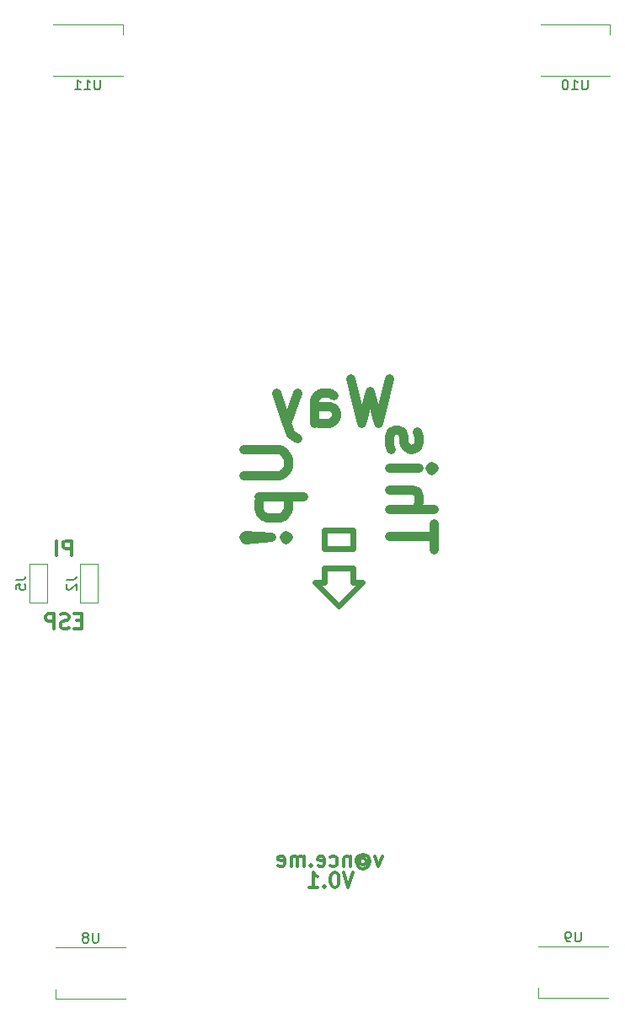
<source format=gbo>
G04 #@! TF.FileFunction,Legend,Bot*
%FSLAX46Y46*%
G04 Gerber Fmt 4.6, Leading zero omitted, Abs format (unit mm)*
G04 Created by KiCad (PCBNEW 4.0.7) date Thursday, 19 July 2018 'PMt' 15:05:03*
%MOMM*%
%LPD*%
G01*
G04 APERTURE LIST*
%ADD10C,0.100000*%
%ADD11C,0.300000*%
%ADD12C,0.600000*%
%ADD13C,0.900000*%
%ADD14C,0.120000*%
%ADD15C,0.150000*%
G04 APERTURE END LIST*
D10*
D11*
X49050000Y-79378571D02*
X49050000Y-77878571D01*
X48478572Y-77878571D01*
X48335714Y-77950000D01*
X48264286Y-78021429D01*
X48192857Y-78164286D01*
X48192857Y-78378571D01*
X48264286Y-78521429D01*
X48335714Y-78592857D01*
X48478572Y-78664286D01*
X49050000Y-78664286D01*
X47550000Y-79378571D02*
X47550000Y-77878571D01*
X50085714Y-85892857D02*
X49585714Y-85892857D01*
X49371428Y-86678571D02*
X50085714Y-86678571D01*
X50085714Y-85178571D01*
X49371428Y-85178571D01*
X48800000Y-86607143D02*
X48585714Y-86678571D01*
X48228571Y-86678571D01*
X48085714Y-86607143D01*
X48014285Y-86535714D01*
X47942857Y-86392857D01*
X47942857Y-86250000D01*
X48014285Y-86107143D01*
X48085714Y-86035714D01*
X48228571Y-85964286D01*
X48514285Y-85892857D01*
X48657143Y-85821429D01*
X48728571Y-85750000D01*
X48800000Y-85607143D01*
X48800000Y-85464286D01*
X48728571Y-85321429D01*
X48657143Y-85250000D01*
X48514285Y-85178571D01*
X48157143Y-85178571D01*
X47942857Y-85250000D01*
X47300000Y-86678571D02*
X47300000Y-85178571D01*
X46728572Y-85178571D01*
X46585714Y-85250000D01*
X46514286Y-85321429D01*
X46442857Y-85464286D01*
X46442857Y-85678571D01*
X46514286Y-85821429D01*
X46585714Y-85892857D01*
X46728572Y-85964286D01*
X47300000Y-85964286D01*
X77385714Y-111178571D02*
X76885714Y-112678571D01*
X76385714Y-111178571D01*
X75600000Y-111178571D02*
X75457143Y-111178571D01*
X75314286Y-111250000D01*
X75242857Y-111321429D01*
X75171428Y-111464286D01*
X75100000Y-111750000D01*
X75100000Y-112107143D01*
X75171428Y-112392857D01*
X75242857Y-112535714D01*
X75314286Y-112607143D01*
X75457143Y-112678571D01*
X75600000Y-112678571D01*
X75742857Y-112607143D01*
X75814286Y-112535714D01*
X75885714Y-112392857D01*
X75957143Y-112107143D01*
X75957143Y-111750000D01*
X75885714Y-111464286D01*
X75814286Y-111321429D01*
X75742857Y-111250000D01*
X75600000Y-111178571D01*
X74457143Y-112535714D02*
X74385715Y-112607143D01*
X74457143Y-112678571D01*
X74528572Y-112607143D01*
X74457143Y-112535714D01*
X74457143Y-112678571D01*
X72957143Y-112678571D02*
X73814286Y-112678571D01*
X73385714Y-112678571D02*
X73385714Y-111178571D01*
X73528571Y-111392857D01*
X73671429Y-111535714D01*
X73814286Y-111607143D01*
X80285713Y-109578571D02*
X79928570Y-110578571D01*
X79571428Y-109578571D01*
X78071428Y-109864286D02*
X78142856Y-109792857D01*
X78285713Y-109721429D01*
X78428571Y-109721429D01*
X78571428Y-109792857D01*
X78642856Y-109864286D01*
X78714285Y-110007143D01*
X78714285Y-110150000D01*
X78642856Y-110292857D01*
X78571428Y-110364286D01*
X78428571Y-110435714D01*
X78285713Y-110435714D01*
X78142856Y-110364286D01*
X78071428Y-110292857D01*
X78071428Y-109721429D02*
X78071428Y-110292857D01*
X77999999Y-110364286D01*
X77928571Y-110364286D01*
X77785713Y-110292857D01*
X77714285Y-110150000D01*
X77714285Y-109792857D01*
X77857142Y-109578571D01*
X78071428Y-109435714D01*
X78357142Y-109364286D01*
X78642856Y-109435714D01*
X78857142Y-109578571D01*
X78999999Y-109792857D01*
X79071428Y-110078571D01*
X78999999Y-110364286D01*
X78857142Y-110578571D01*
X78642856Y-110721429D01*
X78357142Y-110792857D01*
X78071428Y-110721429D01*
X77857142Y-110578571D01*
X77071428Y-109578571D02*
X77071428Y-110578571D01*
X77071428Y-109721429D02*
X77000000Y-109650000D01*
X76857142Y-109578571D01*
X76642857Y-109578571D01*
X76500000Y-109650000D01*
X76428571Y-109792857D01*
X76428571Y-110578571D01*
X75071428Y-110507143D02*
X75214285Y-110578571D01*
X75499999Y-110578571D01*
X75642857Y-110507143D01*
X75714285Y-110435714D01*
X75785714Y-110292857D01*
X75785714Y-109864286D01*
X75714285Y-109721429D01*
X75642857Y-109650000D01*
X75499999Y-109578571D01*
X75214285Y-109578571D01*
X75071428Y-109650000D01*
X73857143Y-110507143D02*
X74000000Y-110578571D01*
X74285714Y-110578571D01*
X74428571Y-110507143D01*
X74500000Y-110364286D01*
X74500000Y-109792857D01*
X74428571Y-109650000D01*
X74285714Y-109578571D01*
X74000000Y-109578571D01*
X73857143Y-109650000D01*
X73785714Y-109792857D01*
X73785714Y-109935714D01*
X74500000Y-110078571D01*
X73142857Y-110435714D02*
X73071429Y-110507143D01*
X73142857Y-110578571D01*
X73214286Y-110507143D01*
X73142857Y-110435714D01*
X73142857Y-110578571D01*
X72428571Y-110578571D02*
X72428571Y-109578571D01*
X72428571Y-109721429D02*
X72357143Y-109650000D01*
X72214285Y-109578571D01*
X72000000Y-109578571D01*
X71857143Y-109650000D01*
X71785714Y-109792857D01*
X71785714Y-110578571D01*
X71785714Y-109792857D02*
X71714285Y-109650000D01*
X71571428Y-109578571D01*
X71357143Y-109578571D01*
X71214285Y-109650000D01*
X71142857Y-109792857D01*
X71142857Y-110578571D01*
X69857143Y-110507143D02*
X70000000Y-110578571D01*
X70285714Y-110578571D01*
X70428571Y-110507143D01*
X70500000Y-110364286D01*
X70500000Y-109792857D01*
X70428571Y-109650000D01*
X70285714Y-109578571D01*
X70000000Y-109578571D01*
X69857143Y-109650000D01*
X69785714Y-109792857D01*
X69785714Y-109935714D01*
X70500000Y-110078571D01*
D12*
X77328572Y-76776190D02*
X74471429Y-76776190D01*
X74471429Y-78680952D01*
X77328572Y-78680952D01*
X77328572Y-76776190D01*
X77328572Y-80585714D02*
X74471429Y-80585714D01*
X74471429Y-82014286D01*
X73519048Y-82014286D01*
X75900000Y-84395238D01*
X78280953Y-82014286D01*
X77328572Y-82014286D01*
X77328572Y-80585714D01*
D13*
X66335714Y-68707143D02*
X69978571Y-68707143D01*
X70407143Y-68921428D01*
X70621429Y-69135714D01*
X70835714Y-69564285D01*
X70835714Y-70421428D01*
X70621429Y-70850000D01*
X70407143Y-71064285D01*
X69978571Y-71278571D01*
X66335714Y-71278571D01*
X67835714Y-73421429D02*
X72335714Y-73421429D01*
X68050000Y-73421429D02*
X67835714Y-73850000D01*
X67835714Y-74707143D01*
X68050000Y-75135714D01*
X68264286Y-75350000D01*
X68692857Y-75564286D01*
X69978571Y-75564286D01*
X70407143Y-75350000D01*
X70621429Y-75135714D01*
X70835714Y-74707143D01*
X70835714Y-73850000D01*
X70621429Y-73421429D01*
X70407143Y-77492858D02*
X70621429Y-77707143D01*
X70835714Y-77492858D01*
X70621429Y-77278572D01*
X70407143Y-77492858D01*
X70835714Y-77492858D01*
X69121429Y-77492858D02*
X66550000Y-77278572D01*
X66335714Y-77492858D01*
X66550000Y-77707143D01*
X69121429Y-77492858D01*
X66335714Y-77492858D01*
X80978571Y-61535714D02*
X79907142Y-66035714D01*
X79049999Y-62821429D01*
X78192857Y-66035714D01*
X77121428Y-61535714D01*
X73478571Y-66035714D02*
X73478571Y-63678571D01*
X73692857Y-63250000D01*
X74121428Y-63035714D01*
X74978571Y-63035714D01*
X75407142Y-63250000D01*
X73478571Y-65821429D02*
X73907142Y-66035714D01*
X74978571Y-66035714D01*
X75407142Y-65821429D01*
X75621428Y-65392857D01*
X75621428Y-64964286D01*
X75407142Y-64535714D01*
X74978571Y-64321429D01*
X73907142Y-64321429D01*
X73478571Y-64107143D01*
X71764285Y-63035714D02*
X70692856Y-66035714D01*
X69621428Y-63035714D02*
X70692856Y-66035714D01*
X71121428Y-67107143D01*
X71335713Y-67321429D01*
X71764285Y-67535714D01*
X85464286Y-78714286D02*
X85464286Y-76142857D01*
X80964286Y-77428571D02*
X85464286Y-77428571D01*
X80964286Y-74642857D02*
X85464286Y-74642857D01*
X80964286Y-72714286D02*
X83321429Y-72714286D01*
X83750000Y-72928572D01*
X83964286Y-73357143D01*
X83964286Y-74000000D01*
X83750000Y-74428572D01*
X83535714Y-74642857D01*
X80964286Y-70571428D02*
X83964286Y-70571428D01*
X85464286Y-70571428D02*
X85250000Y-70785714D01*
X85035714Y-70571428D01*
X85250000Y-70357143D01*
X85464286Y-70571428D01*
X85035714Y-70571428D01*
X81178571Y-68642857D02*
X80964286Y-68214286D01*
X80964286Y-67357143D01*
X81178571Y-66928571D01*
X81607143Y-66714286D01*
X81821429Y-66714286D01*
X82250000Y-66928571D01*
X82464286Y-67357143D01*
X82464286Y-68000000D01*
X82678571Y-68428571D01*
X83107143Y-68642857D01*
X83321429Y-68642857D01*
X83750000Y-68428571D01*
X83964286Y-68000000D01*
X83964286Y-67357143D01*
X83750000Y-66928571D01*
D14*
X49910000Y-84040000D02*
X49910000Y-80220000D01*
X49910000Y-80220000D02*
X51690000Y-80220000D01*
X51690000Y-80220000D02*
X51690000Y-84040000D01*
X49910000Y-84040000D02*
X51690000Y-84040000D01*
X44810000Y-84040000D02*
X44810000Y-80220000D01*
X44810000Y-80220000D02*
X46590000Y-80220000D01*
X46590000Y-80220000D02*
X46590000Y-84040000D01*
X44810000Y-84040000D02*
X46590000Y-84040000D01*
X54500000Y-118700000D02*
X47500000Y-118700000D01*
X54500000Y-123900000D02*
X47500000Y-123900000D01*
X47500000Y-123900000D02*
X47500000Y-122900000D01*
X103000000Y-118600000D02*
X96000000Y-118600000D01*
X103000000Y-123800000D02*
X96000000Y-123800000D01*
X96000000Y-123800000D02*
X96000000Y-122800000D01*
X96200000Y-31200000D02*
X103200000Y-31200000D01*
X96200000Y-26000000D02*
X103200000Y-26000000D01*
X103200000Y-26000000D02*
X103200000Y-27000000D01*
X47200000Y-31200000D02*
X54200000Y-31200000D01*
X47200000Y-26000000D02*
X54200000Y-26000000D01*
X54200000Y-26000000D02*
X54200000Y-27000000D01*
D15*
X48552381Y-81796667D02*
X49266667Y-81796667D01*
X49409524Y-81749047D01*
X49504762Y-81653809D01*
X49552381Y-81510952D01*
X49552381Y-81415714D01*
X48647619Y-82225238D02*
X48600000Y-82272857D01*
X48552381Y-82368095D01*
X48552381Y-82606191D01*
X48600000Y-82701429D01*
X48647619Y-82749048D01*
X48742857Y-82796667D01*
X48838095Y-82796667D01*
X48980952Y-82749048D01*
X49552381Y-82177619D01*
X49552381Y-82796667D01*
X43452381Y-81796667D02*
X44166667Y-81796667D01*
X44309524Y-81749047D01*
X44404762Y-81653809D01*
X44452381Y-81510952D01*
X44452381Y-81415714D01*
X43452381Y-82749048D02*
X43452381Y-82272857D01*
X43928571Y-82225238D01*
X43880952Y-82272857D01*
X43833333Y-82368095D01*
X43833333Y-82606191D01*
X43880952Y-82701429D01*
X43928571Y-82749048D01*
X44023810Y-82796667D01*
X44261905Y-82796667D01*
X44357143Y-82749048D01*
X44404762Y-82701429D01*
X44452381Y-82606191D01*
X44452381Y-82368095D01*
X44404762Y-82272857D01*
X44357143Y-82225238D01*
X51761905Y-117252381D02*
X51761905Y-118061905D01*
X51714286Y-118157143D01*
X51666667Y-118204762D01*
X51571429Y-118252381D01*
X51380952Y-118252381D01*
X51285714Y-118204762D01*
X51238095Y-118157143D01*
X51190476Y-118061905D01*
X51190476Y-117252381D01*
X50571429Y-117680952D02*
X50666667Y-117633333D01*
X50714286Y-117585714D01*
X50761905Y-117490476D01*
X50761905Y-117442857D01*
X50714286Y-117347619D01*
X50666667Y-117300000D01*
X50571429Y-117252381D01*
X50380952Y-117252381D01*
X50285714Y-117300000D01*
X50238095Y-117347619D01*
X50190476Y-117442857D01*
X50190476Y-117490476D01*
X50238095Y-117585714D01*
X50285714Y-117633333D01*
X50380952Y-117680952D01*
X50571429Y-117680952D01*
X50666667Y-117728571D01*
X50714286Y-117776190D01*
X50761905Y-117871429D01*
X50761905Y-118061905D01*
X50714286Y-118157143D01*
X50666667Y-118204762D01*
X50571429Y-118252381D01*
X50380952Y-118252381D01*
X50285714Y-118204762D01*
X50238095Y-118157143D01*
X50190476Y-118061905D01*
X50190476Y-117871429D01*
X50238095Y-117776190D01*
X50285714Y-117728571D01*
X50380952Y-117680952D01*
X100261905Y-117152381D02*
X100261905Y-117961905D01*
X100214286Y-118057143D01*
X100166667Y-118104762D01*
X100071429Y-118152381D01*
X99880952Y-118152381D01*
X99785714Y-118104762D01*
X99738095Y-118057143D01*
X99690476Y-117961905D01*
X99690476Y-117152381D01*
X99166667Y-118152381D02*
X98976191Y-118152381D01*
X98880952Y-118104762D01*
X98833333Y-118057143D01*
X98738095Y-117914286D01*
X98690476Y-117723810D01*
X98690476Y-117342857D01*
X98738095Y-117247619D01*
X98785714Y-117200000D01*
X98880952Y-117152381D01*
X99071429Y-117152381D01*
X99166667Y-117200000D01*
X99214286Y-117247619D01*
X99261905Y-117342857D01*
X99261905Y-117580952D01*
X99214286Y-117676190D01*
X99166667Y-117723810D01*
X99071429Y-117771429D01*
X98880952Y-117771429D01*
X98785714Y-117723810D01*
X98738095Y-117676190D01*
X98690476Y-117580952D01*
X100938095Y-31552381D02*
X100938095Y-32361905D01*
X100890476Y-32457143D01*
X100842857Y-32504762D01*
X100747619Y-32552381D01*
X100557142Y-32552381D01*
X100461904Y-32504762D01*
X100414285Y-32457143D01*
X100366666Y-32361905D01*
X100366666Y-31552381D01*
X99366666Y-32552381D02*
X99938095Y-32552381D01*
X99652381Y-32552381D02*
X99652381Y-31552381D01*
X99747619Y-31695238D01*
X99842857Y-31790476D01*
X99938095Y-31838095D01*
X98747619Y-31552381D02*
X98652380Y-31552381D01*
X98557142Y-31600000D01*
X98509523Y-31647619D01*
X98461904Y-31742857D01*
X98414285Y-31933333D01*
X98414285Y-32171429D01*
X98461904Y-32361905D01*
X98509523Y-32457143D01*
X98557142Y-32504762D01*
X98652380Y-32552381D01*
X98747619Y-32552381D01*
X98842857Y-32504762D01*
X98890476Y-32457143D01*
X98938095Y-32361905D01*
X98985714Y-32171429D01*
X98985714Y-31933333D01*
X98938095Y-31742857D01*
X98890476Y-31647619D01*
X98842857Y-31600000D01*
X98747619Y-31552381D01*
X51938095Y-31552381D02*
X51938095Y-32361905D01*
X51890476Y-32457143D01*
X51842857Y-32504762D01*
X51747619Y-32552381D01*
X51557142Y-32552381D01*
X51461904Y-32504762D01*
X51414285Y-32457143D01*
X51366666Y-32361905D01*
X51366666Y-31552381D01*
X50366666Y-32552381D02*
X50938095Y-32552381D01*
X50652381Y-32552381D02*
X50652381Y-31552381D01*
X50747619Y-31695238D01*
X50842857Y-31790476D01*
X50938095Y-31838095D01*
X49414285Y-32552381D02*
X49985714Y-32552381D01*
X49700000Y-32552381D02*
X49700000Y-31552381D01*
X49795238Y-31695238D01*
X49890476Y-31790476D01*
X49985714Y-31838095D01*
M02*

</source>
